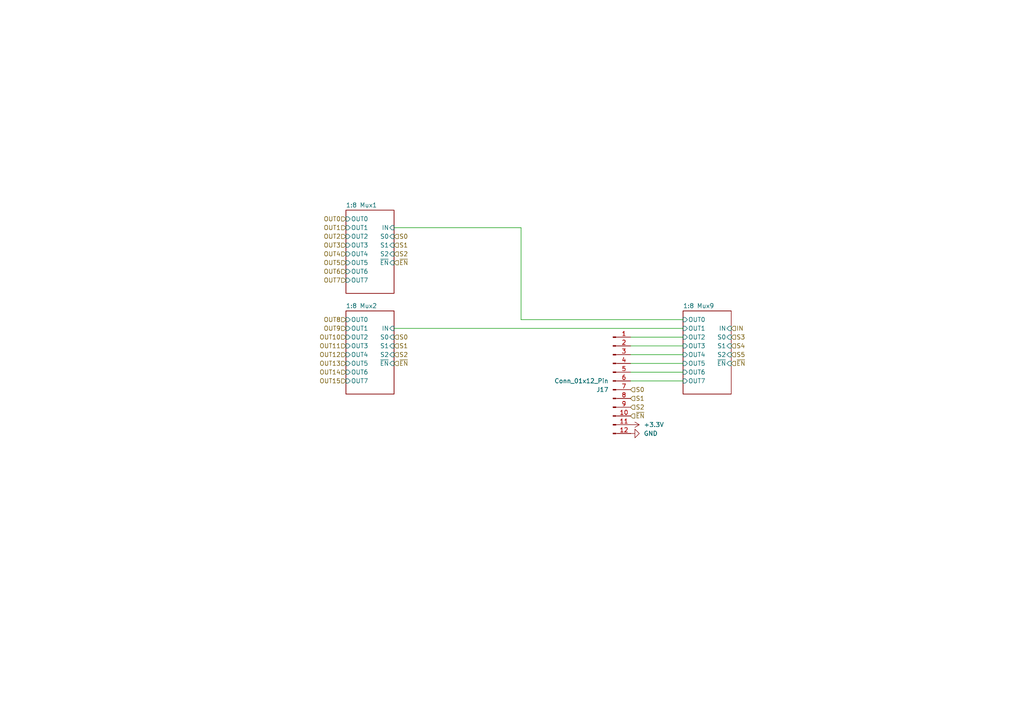
<source format=kicad_sch>
(kicad_sch (version 20231120) (generator "eeschema") (generator_version "8.0")
  (paper "A4")
  (lib_symbols
    (symbol "Connector:Conn_01x12_Pin" (pin_names (offset 1.016) hide)
      (property "Reference" "J" (at 0 15.24 0))
      (property "Value" "Conn_01x12_Pin" (at 0 -17.78 0))
      (symbol "Conn_01x12_Pin_1_1"
        (polyline (pts (xy 1.27 -15.24) (xy 0.8636 -15.24)) (stroke (width 0.1524)))
        (polyline (pts (xy 1.27 -12.7) (xy 0.8636 -12.7)) (stroke (width 0.1524)))
        (polyline (pts (xy 1.27 -10.16) (xy 0.8636 -10.16)) (stroke (width 0.1524)))
        (polyline (pts (xy 1.27 -7.62) (xy 0.8636 -7.62)) (stroke (width 0.1524)))
        (polyline (pts (xy 1.27 -5.08) (xy 0.8636 -5.08)) (stroke (width 0.1524)))
        (polyline (pts (xy 1.27 -2.54) (xy 0.8636 -2.54)) (stroke (width 0.1524)))
        (polyline (pts (xy 1.27 0) (xy 0.8636 0)) (stroke (width 0.1524)))
        (polyline (pts (xy 1.27 2.54) (xy 0.8636 2.54)) (stroke (width 0.1524)))
        (polyline (pts (xy 1.27 5.08) (xy 0.8636 5.08)) (stroke (width 0.1524)))
        (polyline (pts (xy 1.27 7.62) (xy 0.8636 7.62)) (stroke (width 0.1524)))
        (polyline (pts (xy 1.27 10.16) (xy 0.8636 10.16)) (stroke (width 0.1524)))
        (polyline (pts (xy 1.27 12.7) (xy 0.8636 12.7)) (stroke (width 0.1524)))
        (rectangle (start 0.8636 -15.113) (end 0 -15.367) (stroke (width 0.1524)) (fill (type outline)))
        (rectangle (start 0.8636 -12.573) (end 0 -12.827) (stroke (width 0.1524)) (fill (type outline)))
        (rectangle (start 0.8636 -10.033) (end 0 -10.287) (stroke (width 0.1524)) (fill (type outline)))
        (rectangle (start 0.8636 -7.493) (end 0 -7.747) (stroke (width 0.1524)) (fill (type outline)))
        (rectangle (start 0.8636 -4.953) (end 0 -5.207) (stroke (width 0.1524)) (fill (type outline)))
        (rectangle (start 0.8636 -2.413) (end 0 -2.667) (stroke (width 0.1524)) (fill (type outline)))
        (rectangle (start 0.8636 0.127) (end 0 -0.127) (stroke (width 0.1524)) (fill (type outline)))
        (rectangle (start 0.8636 2.667) (end 0 2.413) (stroke (width 0.1524)) (fill (type outline)))
        (rectangle (start 0.8636 5.207) (end 0 4.953) (stroke (width 0.1524)) (fill (type outline)))
        (rectangle (start 0.8636 7.747) (end 0 7.493) (stroke (width 0.1524)) (fill (type outline)))
        (rectangle (start 0.8636 10.287) (end 0 10.033) (stroke (width 0.1524)) (fill (type outline)))
        (rectangle (start 0.8636 12.827) (end 0 12.573) (stroke (width 0.1524)) (fill (type outline)))
        (pin passive line (at 5.08 12.7 180) (length 3.81) (name "Pin_1") (number "1"))
        (pin passive line (at 5.08 -10.16 180) (length 3.81) (name "Pin_10") (number "10"))
        (pin passive line (at 5.08 -12.7 180) (length 3.81) (name "Pin_11") (number "11"))
        (pin passive line (at 5.08 -15.24 180) (length 3.81) (name "Pin_12") (number "12"))
        (pin passive line (at 5.08 10.16 180) (length 3.81) (name "Pin_2") (number "2"))
        (pin passive line (at 5.08 7.62 180) (length 3.81) (name "Pin_3") (number "3"))
        (pin passive line (at 5.08 5.08 180) (length 3.81) (name "Pin_4") (number "4"))
        (pin passive line (at 5.08 2.54 180) (length 3.81) (name "Pin_5") (number "5"))
        (pin passive line (at 5.08 0 180) (length 3.81) (name "Pin_6") (number "6"))
        (pin passive line (at 5.08 -2.54 180) (length 3.81) (name "Pin_7") (number "7"))
        (pin passive line (at 5.08 -5.08 180) (length 3.81) (name "Pin_8") (number "8"))
        (pin passive line (at 5.08 -7.62 180) (length 3.81) (name "Pin_9") (number "9"))
      )
    )
    (symbol "power:+3.3V" (power) (pin_numbers hide) (pin_names (offset 0) hide)
      (property "Value" "+3.3V" (at 0 3.556 0))
      (symbol "+3.3V_0_1"
        (polyline (pts (xy -0.762 1.27) (xy 0 2.54)))
        (polyline (pts (xy 0 0) (xy 0 2.54)))
        (polyline (pts (xy 0 2.54) (xy 0.762 1.27)))
      )
      (symbol "+3.3V_1_1"
        (pin power_in line (at 0 0 90) (length 0) (name "~") (number "1"))
      )
    )
    (symbol "power:GND" (power) (pin_numbers hide) (pin_names (offset 0) hide)
      (property "Value" "GND" (at 0 -3.81 0))
      (symbol "GND_0_1"
        (polyline (pts (xy 0 0) (xy 0 -1.27) (xy 1.27 -1.27) (xy 0 -2.54) (xy -1.27 -1.27) (xy 0 -1.27)))
      )
      (symbol "GND_1_1"
        (pin power_in line (at 0 0 270) (length 0) (name "~") (number "1"))
      )
    )
  )
  (wire (pts (xy 182.88 102.87) (xy 198.12 102.87)))
  (wire (pts (xy 182.88 107.95) (xy 198.12 107.95)))
  (wire (pts (xy 114.3 66.04) (xy 151.13 66.04)))
  (wire (pts (xy 114.3 95.25) (xy 198.12 95.25)))
  (wire (pts (xy 151.13 92.71) (xy 198.12 92.71)))
  (wire (pts (xy 182.88 110.49) (xy 198.12 110.49)))
  (wire (pts (xy 151.13 66.04) (xy 151.13 92.71)))
  (wire (pts (xy 182.88 97.79) (xy 198.12 97.79)))
  (wire (pts (xy 182.88 100.33) (xy 198.12 100.33)))
  (wire (pts (xy 182.88 105.41) (xy 198.12 105.41)))
  (hierarchical_label "S2" (shape input) (at 114.3 102.87 0))
  (hierarchical_label "OUT5" (shape input) (at 100.33 76.2 180))
  (hierarchical_label "S1" (shape input) (at 114.3 71.12 0))
  (hierarchical_label "OUT14" (shape input) (at 100.33 107.95 180))
  (hierarchical_label "~{EN}" (shape input) (at 182.88 120.65 0))
  (hierarchical_label "S5" (shape input) (at 212.09 102.87 0))
  (hierarchical_label "IN" (shape input) (at 212.09 95.25 0))
  (hierarchical_label "OUT10" (shape input) (at 100.33 97.79 180))
  (hierarchical_label "S1" (shape input) (at 182.88 115.57 0))
  (hierarchical_label "OUT7" (shape input) (at 100.33 81.28 180))
  (hierarchical_label "S2" (shape input) (at 182.88 118.11 0))
  (hierarchical_label "S4" (shape input) (at 212.09 100.33 0))
  (hierarchical_label "OUT6" (shape input) (at 100.33 78.74 180))
  (hierarchical_label "S0" (shape input) (at 182.88 113.03 0))
  (hierarchical_label "OUT9" (shape input) (at 100.33 95.25 180))
  (hierarchical_label "~{EN}" (shape input) (at 212.09 105.41 0))
  (hierarchical_label "OUT15" (shape input) (at 100.33 110.49 180))
  (hierarchical_label "S2" (shape input) (at 114.3 73.66 0))
  (hierarchical_label "OUT11" (shape input) (at 100.33 100.33 180))
  (hierarchical_label "OUT4" (shape input) (at 100.33 73.66 180))
  (hierarchical_label "OUT0" (shape input) (at 100.33 63.5 180))
  (hierarchical_label "OUT3" (shape input) (at 100.33 71.12 180))
  (hierarchical_label "~{EN}" (shape input) (at 114.3 105.41 0))
  (hierarchical_label "OUT8" (shape input) (at 100.33 92.71 180))
  (hierarchical_label "S3" (shape input) (at 212.09 97.79 0))
  (hierarchical_label "OUT1" (shape input) (at 100.33 66.04 180))
  (hierarchical_label "S0" (shape input) (at 114.3 97.79 0))
  (hierarchical_label "S1" (shape input) (at 114.3 100.33 0))
  (hierarchical_label "S0" (shape input) (at 114.3 68.58 0))
  (hierarchical_label "OUT12" (shape input) (at 100.33 102.87 180))
  (hierarchical_label "OUT13" (shape input) (at 100.33 105.41 180))
  (hierarchical_label "~{EN}" (shape input) (at 114.3 76.2 0))
  (hierarchical_label "OUT2" (shape input) (at 100.33 68.58 180))
  (symbol (lib_id "power:+3.3V") (at 182.88 123.19 270) (mirror x) (unit 1)
    (property "Reference" "#PWR050" (effects (hide yes)))
    (property "Value" "+3.3V" (at 186.69 123.1899 90) (effects (justify left)))
    (property "Description" "Power symbol creates a global label with name \"+3.3V\"" (effects (hide yes)))
    (instances (project "PiPortable" (path "" (reference "#PWR050") (unit 1)) (path "" (reference "#PWR048") (unit 1))))
  )
  (symbol (lib_id "power:GND") (at 182.88 125.73 90) (unit 1)
    (property "Reference" "#PWR051" (effects (hide yes)))
    (property "Value" "GND" (at 186.69 125.7299 90) (effects (justify right)))
    (property "Description" "Power symbol creates a global label with name \"GND\" , ground" (effects (hide yes)))
    (instances (project "" (path "" (reference "#PWR051") (unit 1)) (path "" (reference "#PWR049") (unit 1))))
  )
  (symbol (lib_id "Connector:Conn_01x12_Pin") (at 177.8 110.49 0) (unit 1)
    (property "Reference" "J17" (at 176.53 113.0301 0) (effects (justify right)))
    (property "Value" "Conn_01x12_Pin" (at 176.53 110.4901 0) (effects (justify right)))
    (property "Footprint" "Connector_PinHeader_1.27mm:PinHeader_1x12_P1.27mm_Vertical" (effects (hide yes)))
    (property "Description" "Generic connector, single row, 01x12, script generated" (effects (hide yes)))
    (instances (project "" (path "" (reference "J17") (unit 1)) (path "" (reference "J16") (unit 1))))
  )
  (sheet (at 100.33 90.17) (size 13.97 24.13) (stroke (width 0.1524))
    (property "Sheetname" "1:8 Mux2" (at 100.33 89.4584 0) (effects (justify left bottom)))
    (property "Sheetfile" "8Mux.kicad_sch" (effects (hide yes)))
    (pin "S0" input (at 114.3 97.79 0))
    (pin "S1" input (at 114.3 100.33 0))
    (pin "IN" input (at 114.3 95.25 0))
    (pin "~{EN}" input (at 114.3 105.41 0))
    (pin "S2" input (at 114.3 102.87 0))
    (pin "OUT1" input (at 100.33 95.25 180))
    (pin "OUT0" input (at 100.33 92.71 180))
    (pin "OUT2" input (at 100.33 97.79 180))
    (pin "OUT3" input (at 100.33 100.33 180))
    (pin "OUT4" input (at 100.33 102.87 180))
    (pin "OUT5" input (at 100.33 105.41 180))
    (pin "OUT6" input (at 100.33 107.95 180))
    (pin "OUT7" input (at 100.33 110.49 180))
  )
  (sheet (at 100.33 60.96) (size 13.97 24.13) (stroke (width 0.1524))
    (property "Sheetname" "1:8 Mux1" (at 100.33 60.2484 0) (effects (justify left bottom)))
    (property "Sheetfile" "8Mux.kicad_sch" (effects (hide yes)))
    (pin "S0" input (at 114.3 68.58 0))
    (pin "S1" input (at 114.3 71.12 0))
    (pin "IN" input (at 114.3 66.04 0))
    (pin "~{EN}" input (at 114.3 76.2 0))
    (pin "S2" input (at 114.3 73.66 0))
    (pin "OUT1" input (at 100.33 66.04 180))
    (pin "OUT0" input (at 100.33 63.5 180))
    (pin "OUT2" input (at 100.33 68.58 180))
    (pin "OUT3" input (at 100.33 71.12 180))
    (pin "OUT4" input (at 100.33 73.66 180))
    (pin "OUT5" input (at 100.33 76.2 180))
    (pin "OUT6" input (at 100.33 78.74 180))
    (pin "OUT7" input (at 100.33 81.28 180))
  )
  (sheet (at 198.12 90.17) (size 13.97 24.13) (stroke (width 0.1524))
    (property "Sheetname" "1:8 Mux9" (at 198.12 89.4584 0) (effects (justify left bottom)))
    (property "Sheetfile" "8Mux.kicad_sch" (effects (hide yes)))
    (pin "S0" input (at 212.09 97.79 0))
    (pin "S1" input (at 212.09 100.33 0))
    (pin "IN" input (at 212.09 95.25 0))
    (pin "~{EN}" input (at 212.09 105.41 0))
    (pin "S2" input (at 212.09 102.87 0))
    (pin "OUT1" input (at 198.12 95.25 180))
    (pin "OUT0" input (at 198.12 92.71 180))
    (pin "OUT2" input (at 198.12 97.79 180))
    (pin "OUT3" input (at 198.12 100.33 180))
    (pin "OUT4" input (at 198.12 102.87 180))
    (pin "OUT5" input (at 198.12 105.41 180))
    (pin "OUT6" input (at 198.12 107.95 180))
    (pin "OUT7" input (at 198.12 110.49 180))
  )
)
</source>
